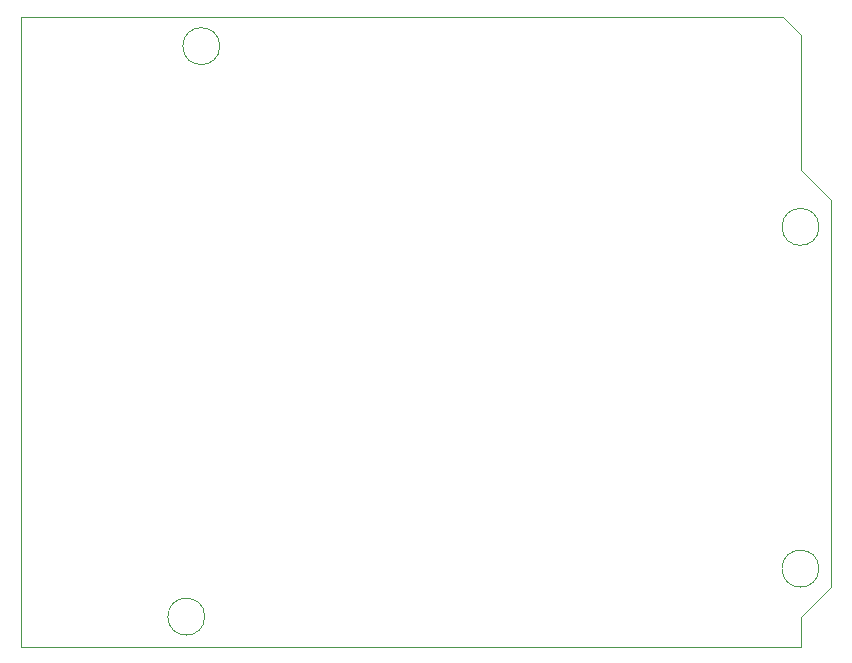
<source format=gbr>
%TF.GenerationSoftware,KiCad,Pcbnew,7.0.7*%
%TF.CreationDate,2024-12-12T20:18:20-05:00*%
%TF.ProjectId,design-files_CB,64657369-676e-42d6-9669-6c65735f4342,rev?*%
%TF.SameCoordinates,Original*%
%TF.FileFunction,Profile,NP*%
%FSLAX46Y46*%
G04 Gerber Fmt 4.6, Leading zero omitted, Abs format (unit mm)*
G04 Created by KiCad (PCBNEW 7.0.7) date 2024-12-12 20:18:20*
%MOMM*%
%LPD*%
G01*
G04 APERTURE LIST*
%TA.AperFunction,Profile*%
%ADD10C,0.100000*%
%TD*%
G04 APERTURE END LIST*
D10*
X82890000Y-66090000D02*
X82890000Y-68630000D01*
X84418322Y-33090000D02*
G75*
G03*
X84418322Y-33090000I-1564161J0D01*
G01*
X32418322Y-66090000D02*
G75*
G03*
X32418322Y-66090000I-1564161J0D01*
G01*
X82890000Y-16820000D02*
X82890000Y-28240000D01*
X16850000Y-68630000D02*
X16850000Y-65450000D01*
X82890000Y-68630000D02*
X16850000Y-68630000D01*
X85430000Y-30790000D02*
X85430000Y-63550000D01*
X33690000Y-17790000D02*
G75*
G03*
X33690000Y-17790000I-1564161J0D01*
G01*
X16850000Y-15290000D02*
X81370000Y-15290000D01*
X81370000Y-15290000D02*
X82890000Y-16820000D01*
X84418322Y-62025839D02*
G75*
G03*
X84418322Y-62025839I-1564161J0D01*
G01*
X16850000Y-65450000D02*
X16850000Y-15290000D01*
X82890000Y-28240000D02*
X85430000Y-30790000D01*
X85430000Y-63550000D02*
X82890000Y-66090000D01*
M02*

</source>
